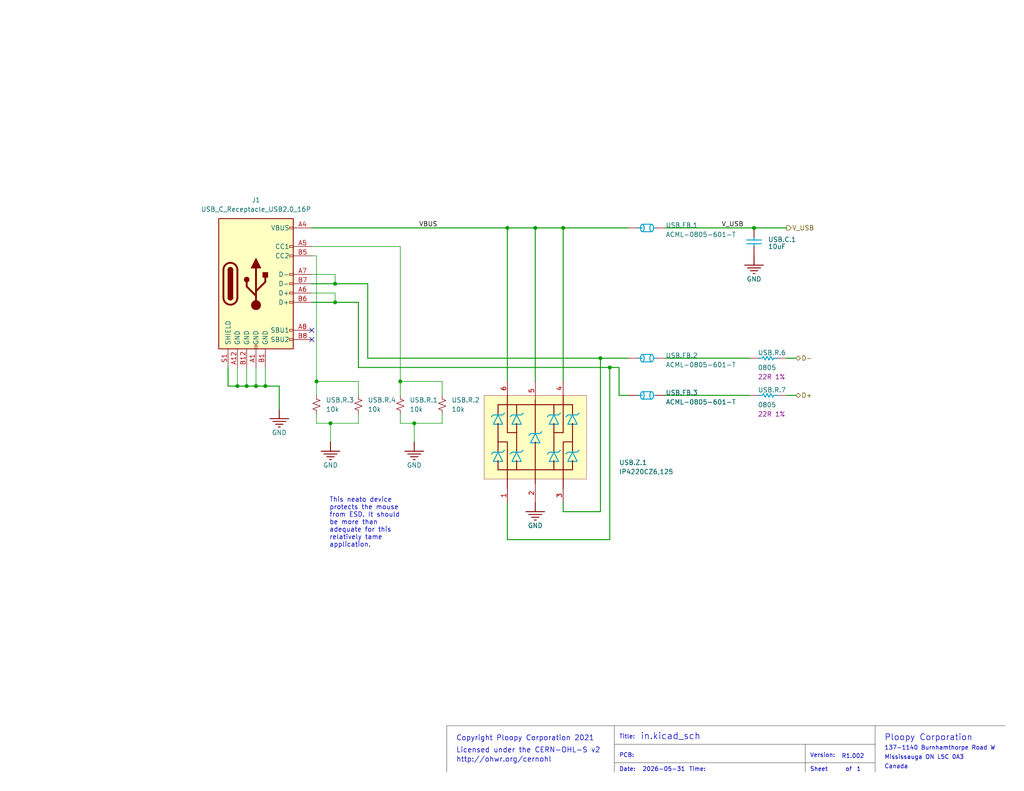
<source format=kicad_sch>
(kicad_sch (version 20231120) (generator "eeschema") (generator_version "8.0")
  (paper "USLetter")
  (title_block (rev "R1.002") (company "Ploopy Corporation"))
  (lib_symbols
    (symbol "Connector:USB_C_Receptacle_USB2.0_16P" (pin_names (offset 1.016))
      (property "Reference" "J1" (at 0 22.86 0))
      (property "Value" "USB_C_Receptacle_USB2.0_16P" (at 0 20.32 0))
      (symbol "USB_C_Receptacle_USB2.0_16P_0_0"
        (rectangle (start -0.254 -17.78) (end 0.254 -16.764))
        (rectangle (start 10.16 -14.986) (end 9.144 -15.494))
        (rectangle (start 10.16 -12.446) (end 9.144 -12.954))
        (rectangle (start 10.16 -4.826) (end 9.144 -5.334))
        (rectangle (start 10.16 -2.286) (end 9.144 -2.794))
        (rectangle (start 10.16 0.254) (end 9.144 -0.254))
        (rectangle (start 10.16 2.794) (end 9.144 2.286))
        (rectangle (start 10.16 7.874) (end 9.144 7.366))
        (rectangle (start 10.16 10.414) (end 9.144 9.906))
        (rectangle (start 10.16 15.494) (end 9.144 14.986))
      )
      (symbol "USB_C_Receptacle_USB2.0_16P_0_1"
        (rectangle (start -10.16 17.78) (end 10.16 -17.78) (stroke (width 0.254)) (fill (type background)))
        (arc (start -8.89 -3.81) (mid -6.985 -5.7067) (end -5.08 -3.81) (stroke (width 0.508)))
        (arc (start -7.62 -3.81) (mid -6.985 -4.4423) (end -6.35 -3.81) (stroke (width 0.254)))
        (arc (start -7.62 -3.81) (mid -6.985 -4.4423) (end -6.35 -3.81) (stroke (width 0.254)) (fill (type outline)))
        (rectangle (start -7.62 -3.81) (end -6.35 3.81) (stroke (width 0.254)) (fill (type outline)))
        (arc (start -6.35 3.81) (mid -6.985 4.4423) (end -7.62 3.81) (stroke (width 0.254)))
        (arc (start -6.35 3.81) (mid -6.985 4.4423) (end -7.62 3.81) (stroke (width 0.254)) (fill (type outline)))
        (arc (start -5.08 3.81) (mid -6.985 5.7067) (end -8.89 3.81) (stroke (width 0.508)))
        (circle (center -2.54 1.143) (radius 0.635) (stroke (width 0.254)) (fill (type outline)))
        (circle (center 0 -5.842) (radius 1.27) (fill (type outline)))
        (polyline (pts (xy -8.89 -3.81) (xy -8.89 3.81)) (stroke (width 0.508)))
        (polyline (pts (xy -5.08 3.81) (xy -5.08 -3.81)) (stroke (width 0.508)))
        (polyline (pts (xy 0 -5.842) (xy 0 4.318)) (stroke (width 0.508)))
        (polyline (pts (xy 0 -3.302) (xy -2.54 -0.762) (xy -2.54 0.508)) (stroke (width 0.508)))
        (polyline (pts (xy 0 -2.032) (xy 2.54 0.508) (xy 2.54 1.778)) (stroke (width 0.508)))
        (polyline (pts (xy -1.27 4.318) (xy 0 6.858) (xy 1.27 4.318) (xy -1.27 4.318)) (stroke (width 0.254)) (fill (type outline)))
        (rectangle (start 1.905 1.778) (end 3.175 3.048) (stroke (width 0.254)) (fill (type outline)))
      )
      (symbol "USB_C_Receptacle_USB2.0_16P_1_1"
        (pin passive line (at 0 -22.86 90) (length 5.08) (name "GND") (number "A1"))
        (pin passive line (at -5.08 -22.86 90) (length 5.08) (name "GND") (number "A12"))
        (pin passive line (at 15.24 15.24 180) (length 5.08) (name "VBUS") (number "A4"))
        (pin bidirectional line (at 15.24 10.16 180) (length 5.08) (name "CC1") (number "A5"))
        (pin bidirectional line (at 15.24 -2.54 180) (length 5.08) (name "D+") (number "A6"))
        (pin bidirectional line (at 15.24 2.54 180) (length 5.08) (name "D-") (number "A7"))
        (pin bidirectional line (at 15.24 -12.7 180) (length 5.08) (name "SBU1") (number "A8"))
        (pin passive line (at 15.24 15.24 180) (length 5.08) hide (name "VBUS") (number "A9"))
        (pin passive line (at 2.54 -22.86 90) (length 5.08) (name "GND") (number "B1"))
        (pin passive line (at -2.54 -22.86 90) (length 5.08) (name "GND") (number "B12"))
        (pin passive line (at 15.24 15.24 180) (length 5.08) hide (name "VBUS") (number "B4"))
        (pin bidirectional line (at 15.24 7.62 180) (length 5.08) (name "CC2") (number "B5"))
        (pin bidirectional line (at 15.24 -5.08 180) (length 5.08) (name "D+") (number "B6"))
        (pin bidirectional line (at 15.24 0 180) (length 5.08) (name "D-") (number "B7"))
        (pin bidirectional line (at 15.24 -15.24 180) (length 5.08) (name "SBU2") (number "B8"))
        (pin passive line (at 15.24 15.24 180) (length 5.08) hide (name "VBUS") (number "B9"))
        (pin passive line (at -7.62 -22.86 90) (length 5.08) (name "SHIELD") (number "S1"))
      )
    )
    (symbol "Device:R_Small_US" (pin_numbers hide) (pin_names (offset 0.254) hide)
      (property "Reference" "R" (at 0.762 0.508 0))
      (property "Value" "R_Small_US" (at 0.762 -1.016 0))
      (symbol "R_Small_US_1_1"
        (polyline (pts (xy 0 0) (xy 1.016 -0.381) (xy 0 -0.762) (xy -1.016 -1.143) (xy 0 -1.524)))
        (polyline (pts (xy 0 1.524) (xy 1.016 1.143) (xy 0 0.762) (xy -1.016 0.381) (xy 0 0)))
        (pin passive line (at 0 2.54 270) (length 1.016) (name "~") (number "1"))
        (pin passive line (at 0 -2.54 90) (length 1.016) (name "~") (number "2"))
      )
    )
    (symbol "Mini-altium-import:GND_POWER_GROUND" (power)
      (property "Reference" "#PWR" (at 0 0 0))
      (property "Value" "GND" (at 0 6.35 0))
      (symbol "GND_POWER_GROUND_0_0"
        (polyline (pts (xy -2.54 -2.54) (xy 2.54 -2.54)) (stroke (width 0.254)))
        (polyline (pts (xy -1.778 -3.302) (xy 1.778 -3.302)) (stroke (width 0.254)))
        (polyline (pts (xy -1.016 -4.064) (xy 1.016 -4.064)) (stroke (width 0.254)))
        (polyline (pts (xy -0.254 -4.826) (xy 0.254 -4.826)) (stroke (width 0.254)))
        (polyline (pts (xy 0 0) (xy 0 -2.54)) (stroke (width 0.254)))
        (pin power_in line (at 0 0 0) (length 0) hide (name "GND") (number ""))
      )
    )
    (symbol "Mini-altium-import:MOS_1_Cap 10uF 25V"
      (symbol "MOS_1_Cap 10uF 25V_1_0"
        (polyline (pts (xy 0.508 0.762) (xy 4.572 0.762)) (stroke (width 0.254) (color 0 156 202 1)))
        (polyline (pts (xy 0.508 1.778) (xy 4.572 1.778)) (stroke (width 0.254) (color 0 156 202 1)))
        (polyline (pts (xy 2.54 0) (xy 2.54 0.762)) (stroke (width 0.254) (color 0 156 202 1)))
        (polyline (pts (xy 2.54 2.54) (xy 2.54 1.778)) (stroke (width 0.254) (color 0 156 202 1)))
        (pin passive line (at 2.54 -2.54 90) (length 2.54) (name "1") (number "1"))
        (pin passive line (at 2.54 5.08 270) (length 2.54) (name "2") (number "2"))
      )
    )
    (symbol "Mini-altium-import:USB_0_ACML-0805-601-T"
      (symbol "USB_0_ACML-0805-601-T_1_0"
        (polyline (pts (xy 0 -2.54) (xy 1.27 -2.54)) (stroke (width 0.254) (color 0 156 202 1)))
        (polyline (pts (xy 1.27 -1.524) (xy 3.81 -1.524)) (stroke (width 0.254) (color 0 156 202 1)))
        (polyline (pts (xy 3.81 -3.556) (xy 1.27 -3.556)) (stroke (width 0.254) (color 0 156 202 1)))
        (polyline (pts (xy 4.318 -2.54) (xy 5.08 -2.54)) (stroke (width 0.254) (color 0 156 202 1)))
        (bezier (pts (xy 0.762 -2.54) (xy 0.762 -3.1012) (xy 0.9894 -3.556) (xy 1.27 -3.556)) (stroke (width 0.254) (color 0 156 202 1)))
        (bezier (pts (xy 1.27 -3.556) (xy 1.5505 -3.556) (xy 1.778 -3.1012) (xy 1.778 -2.54)) (stroke (width 0.254) (color 0 156 202 1)))
        (bezier (pts (xy 1.27 -1.524) (xy 0.9894 -1.524) (xy 0.762 -1.9789) (xy 0.762 -2.54)) (stroke (width 0.254) (color 0 156 202 1)))
        (bezier (pts (xy 1.778 -2.54) (xy 1.778 -1.9789) (xy 1.5505 -1.524) (xy 1.27 -1.524)) (stroke (width 0.254) (color 0 156 202 1)))
        (bezier (pts (xy 3.302 -2.54) (xy 3.302 -3.1012) (xy 3.5294 -3.556) (xy 3.81 -3.556)) (stroke (width 0.254) (color 0 156 202 1)))
        (bezier (pts (xy 3.81 -3.556) (xy 4.0905 -3.556) (xy 4.318 -3.1012) (xy 4.318 -2.54)) (stroke (width 0.254) (color 0 156 202 1)))
        (bezier (pts (xy 3.81 -1.524) (xy 3.5294 -1.524) (xy 3.302 -1.9789) (xy 3.302 -2.54)) (stroke (width 0.254) (color 0 156 202 1)))
        (bezier (pts (xy 4.318 -2.54) (xy 4.318 -1.9789) (xy 4.0905 -1.524) (xy 3.81 -1.524)) (stroke (width 0.254) (color 0 156 202 1)))
        (pin passive line (at -2.54 -2.54 0) (length 2.54) (name "1") (number "1"))
        (pin passive line (at 7.62 -2.54 180) (length 2.54) (name "2") (number "2"))
      )
    )
    (symbol "Mini-altium-import:USB_0_IP4220CZ6,125"
      (symbol "USB_0_IP4220CZ6,125_1_0"
        (polyline (pts (xy -11.43 -6.604) (xy -10.16 -4.064)) (stroke (width 0.254) (color 0 156 202 1)))
        (polyline (pts (xy -11.43 3.556) (xy -10.16 6.096)) (stroke (width 0.254) (color 0 156 202 1)))
        (polyline (pts (xy -10.16 3.81) (xy -10.16 -3.81)) (stroke (width 0.254)))
        (polyline (pts (xy -10.16 8.89) (xy -10.16 6.35)) (stroke (width 0.254)))
        (polyline (pts (xy -10.16 8.89) (xy 10.16 8.89)) (stroke (width 0.254)))
        (polyline (pts (xy -6.35 -6.604) (xy -5.08 -4.064)) (stroke (width 0.254) (color 0 156 202 1)))
        (polyline (pts (xy -6.35 3.556) (xy -5.08 6.096)) (stroke (width 0.254) (color 0 156 202 1)))
        (polyline (pts (xy -5.08 -8.89) (xy -5.08 -6.35)) (stroke (width 0.254)))
        (polyline (pts (xy -5.08 -3.81) (xy -5.08 3.81)) (stroke (width 0.254)))
        (polyline (pts (xy -5.08 6.35) (xy -5.08 8.89)) (stroke (width 0.254)))
        (polyline (pts (xy -1.27 -1.524) (xy 0 1.016)) (stroke (width 0.254) (color 0 156 202 1)))
        (polyline (pts (xy 0 -12.7) (xy 0 -1.27)) (stroke (width 0.254)))
        (polyline (pts (xy 0 1.27) (xy 0 10.16)) (stroke (width 0.254)))
        (polyline (pts (xy 3.81 -6.604) (xy 5.08 -4.064)) (stroke (width 0.254) (color 0 156 202 1)))
        (polyline (pts (xy 3.81 3.556) (xy 5.08 6.096)) (stroke (width 0.254) (color 0 156 202 1)))
        (polyline (pts (xy 5.08 -6.35) (xy 5.08 -8.89)) (stroke (width 0.254)))
        (polyline (pts (xy 5.08 -3.81) (xy 5.08 3.81)) (stroke (width 0.254)))
        (polyline (pts (xy 5.08 6.35) (xy 5.08 8.89)) (stroke (width 0.254)))
        (polyline (pts (xy 7.62 1.27) (xy 5.08 1.27)) (stroke (width 0.254)))
        (polyline (pts (xy 7.62 11.43) (xy 7.62 1.27)) (stroke (width 0.254)))
        (polyline (pts (xy 8.89 -6.604) (xy 10.16 -4.064)) (stroke (width 0.254) (color 0 156 202 1)))
        (polyline (pts (xy 8.89 3.556) (xy 10.16 6.096)) (stroke (width 0.254) (color 0 156 202 1)))
        (polyline (pts (xy 10.16 -6.35) (xy 10.16 -8.89)) (stroke (width 0.254)))
        (polyline (pts (xy 10.16 3.81) (xy 10.16 -3.81)) (stroke (width 0.254)))
        (polyline (pts (xy 10.16 6.35) (xy 10.16 8.89)) (stroke (width 0.254)))
        (polyline (pts (xy -11.43 -6.604) (xy -8.89 -6.604) (xy -10.16 -4.064)) (stroke (width 0.254) (color 0 156 202 1)))
        (polyline (pts (xy -11.43 3.556) (xy -8.89 3.556) (xy -10.16 6.096)) (stroke (width 0.254) (color 0 156 202 1)))
        (polyline (pts (xy -10.16 -6.35) (xy -10.16 -8.89) (xy 10.16 -8.89)) (stroke (width 0.254)))
        (polyline (pts (xy -10.16 -1.27) (xy -7.62 -1.27) (xy -7.62 -13.97)) (stroke (width 0.254)))
        (polyline (pts (xy -7.62 11.43) (xy -7.62 1.27) (xy -5.08 1.27)) (stroke (width 0.254)))
        (polyline (pts (xy -6.35 -6.604) (xy -3.81 -6.604) (xy -5.08 -4.064)) (stroke (width 0.254) (color 0 156 202 1)))
        (polyline (pts (xy -6.35 3.556) (xy -3.81 3.556) (xy -5.08 6.096)) (stroke (width 0.254) (color 0 156 202 1)))
        (polyline (pts (xy -1.27 -1.524) (xy 1.27 -1.524) (xy 0 1.016)) (stroke (width 0.254) (color 0 156 202 1)))
        (polyline (pts (xy 3.81 -6.604) (xy 6.35 -6.604) (xy 5.08 -4.064)) (stroke (width 0.254) (color 0 156 202 1)))
        (polyline (pts (xy 3.81 3.556) (xy 6.35 3.556) (xy 5.08 6.096)) (stroke (width 0.254) (color 0 156 202 1)))
        (polyline (pts (xy 8.89 -6.604) (xy 11.43 -6.604) (xy 10.16 -4.064)) (stroke (width 0.254) (color 0 156 202 1)))
        (polyline (pts (xy 8.89 3.556) (xy 11.43 3.556) (xy 10.16 6.096)) (stroke (width 0.254) (color 0 156 202 1)))
        (polyline (pts (xy 10.16 -1.27) (xy 7.62 -1.27) (xy 7.62 -13.97)) (stroke (width 0.254)))
        (polyline (pts (xy -8.382 -3.556) (xy -8.89 -4.064) (xy -11.43 -4.064) (xy -11.938 -4.572)) (stroke (width 0.254) (color 0 156 202 1)))
        (polyline (pts (xy -8.382 6.604) (xy -8.89 6.096) (xy -11.43 6.096) (xy -11.938 5.588)) (stroke (width 0.254) (color 0 156 202 1)))
        (polyline (pts (xy -3.302 -3.556) (xy -3.81 -4.064) (xy -6.35 -4.064) (xy -6.858 -4.572)) (stroke (width 0.254) (color 0 156 202 1)))
        (polyline (pts (xy -3.302 6.604) (xy -3.81 6.096) (xy -6.35 6.096) (xy -6.858 5.588)) (stroke (width 0.254) (color 0 156 202 1)))
        (polyline (pts (xy 1.778 1.524) (xy 1.27 1.016) (xy -1.27 1.016) (xy -1.778 0.508)) (stroke (width 0.254) (color 0 156 202 1)))
        (polyline (pts (xy 6.858 -3.556) (xy 6.35 -4.064) (xy 3.81 -4.064) (xy 3.302 -4.572)) (stroke (width 0.254) (color 0 156 202 1)))
        (polyline (pts (xy 6.858 6.604) (xy 6.35 6.096) (xy 3.81 6.096) (xy 3.302 5.588)) (stroke (width 0.254) (color 0 156 202 1)))
        (polyline (pts (xy 11.938 -3.556) (xy 11.43 -4.064) (xy 8.89 -4.064) (xy 8.382 -4.572)) (stroke (width 0.254) (color 0 156 202 1)))
        (polyline (pts (xy 11.938 6.604) (xy 11.43 6.096) (xy 8.89 6.096) (xy 8.382 5.588)) (stroke (width 0.254) (color 0 156 202 1)))
        (rectangle (start 13.97 11.43) (end -13.97 -11.43) (stroke (width 0.0254) (color 128 0 0 1)) (fill (type background)))
        (pin passive line (at -7.62 -17.78 90) (length 3.81) (name "1") (number "1"))
        (pin passive line (at 0 -17.78 90) (length 5.08) (name "2") (number "2"))
        (pin passive line (at 7.62 -17.78 90) (length 3.81) (name "3") (number "3"))
        (pin passive line (at 7.62 15.24 270) (length 3.81) (name "4") (number "4"))
        (pin passive line (at 0 15.24 270) (length 5.08) (name "5") (number "5"))
        (pin passive line (at -7.62 15.24 270) (length 3.81) (name "6") (number "6"))
      )
    )
    (symbol "Mini-altium-import:USB_0_Res 22R 1% 0805"
      (symbol "USB_0_Res 22R 1% 0805_1_0"
        (polyline (pts (xy 0 -2.54) (xy 1.016 -2.54)) (stroke (width 0.254) (color 0 156 202 1)))
        (polyline (pts (xy 4.064 -2.54) (xy 5.08 -2.54)) (stroke (width 0.254) (color 0 156 202 1)))
        (polyline (pts (xy 1.016 -2.54) (xy 1.27 -2.032) (xy 1.778 -3.048) (xy 2.286 -2.032) (xy 2.794 -3.048) (xy 3.302 -2.032) (xy 3.81 -3.048) (xy 4.064 -2.54)) (stroke (width 0.254) (color 0 156 202 1)))
        (pin passive line (at -2.54 -2.54 0) (length 2.54) (name "1") (number "1"))
        (pin passive line (at 7.62 -2.54 180) (length 2.54) (name "2") (number "2"))
      )
    )
  )
  (junction (at 69.85 105.41))
  (junction (at 153.67 62.23))
  (junction (at 113.03 115.57))
  (junction (at 91.44 82.55))
  (junction (at 91.44 77.47))
  (junction (at 86.36 104.14))
  (junction (at 64.77 105.41))
  (junction (at 146.05 62.23))
  (junction (at 109.22 104.14))
  (junction (at 90.17 115.57))
  (junction (at 205.74 62.23))
  (junction (at 67.31 105.41))
  (junction (at 138.43 62.23))
  (junction (at 72.39 105.41))
  (junction (at 166.37 100.33))
  (junction (at 163.83 97.79))
  (no_connect (at 85.09 90.17))
  (no_connect (at 85.09 92.71))
  (wire (pts (xy 86.36 69.85) (xy 86.36 104.14)))
  (wire (pts (xy 67.31 105.41) (xy 64.77 105.41)) (stroke (width 0.254)))
  (wire (pts (xy 109.22 104.14) (xy 109.22 107.95)))
  (wire (pts (xy 85.09 69.85) (xy 86.36 69.85)))
  (wire (pts (xy 76.2 105.41) (xy 72.39 105.41)) (stroke (width 0.254)))
  (wire (pts (xy 163.83 97.79) (xy 163.83 139.7)) (stroke (width 0.254)))
  (wire (pts (xy 109.22 67.31) (xy 109.22 104.14)))
  (wire (pts (xy 62.23 100.33) (xy 62.23 105.41)) (stroke (width 0.254)))
  (polyline (pts (xy 167.64 198.12) (xy 121.92 198.12)) (stroke (width 0.0254) (type solid) (color 0 0 0 1)))
  (wire (pts (xy 163.83 97.79) (xy 100.33 97.79)) (stroke (width 0.254)))
  (wire (pts (xy 113.03 115.57) (xy 109.22 115.57)))
  (wire (pts (xy 86.36 113.03) (xy 86.36 115.57)))
  (wire (pts (xy 113.03 120.65) (xy 113.03 115.57)))
  (wire (pts (xy 120.65 104.14) (xy 120.65 107.95)))
  (wire (pts (xy 181.61 97.79) (xy 204.47 97.79)) (stroke (width 0.254)))
  (wire (pts (xy 69.85 105.41) (xy 67.31 105.41)) (stroke (width 0.254)))
  (wire (pts (xy 100.33 77.47) (xy 91.44 77.47)) (stroke (width 0.254)))
  (wire (pts (xy 85.09 74.93) (xy 91.44 74.93)))
  (wire (pts (xy 64.77 100.33) (xy 64.77 105.41)))
  (polyline (pts (xy 219.71 203.2) (xy 219.71 210.82)) (stroke (width 0.0254) (type solid) (color 0 0 0 1)))
  (wire (pts (xy 113.03 115.57) (xy 120.65 115.57)))
  (wire (pts (xy 153.67 139.7) (xy 153.67 137.16)) (stroke (width 0.254)))
  (wire (pts (xy 85.09 67.31) (xy 109.22 67.31)))
  (polyline (pts (xy 167.64 198.12) (xy 167.64 210.82)) (stroke (width 0.0254) (type solid) (color 0 0 0 1)))
  (wire (pts (xy 138.43 147.32) (xy 138.43 137.16)) (stroke (width 0.254)))
  (wire (pts (xy 153.67 104.14) (xy 153.67 62.23)) (stroke (width 0.254)))
  (wire (pts (xy 90.17 120.65) (xy 90.17 115.57)))
  (polyline (pts (xy 121.92 198.12) (xy 121.92 210.82)) (stroke (width 0.0254) (type solid) (color 0 0 0 1)))
  (wire (pts (xy 109.22 113.03) (xy 109.22 115.57)))
  (wire (pts (xy 166.37 147.32) (xy 138.43 147.32)) (stroke (width 0.254)))
  (wire (pts (xy 146.05 62.23) (xy 153.67 62.23)) (stroke (width 0.254)))
  (wire (pts (xy 97.79 104.14) (xy 97.79 107.95)))
  (wire (pts (xy 217.17 97.79) (xy 214.63 97.79)) (stroke (width 0.254)))
  (polyline (pts (xy 167.64 208.28) (xy 238.76 208.28)) (stroke (width 0.0254) (type solid) (color 0 0 0 1)))
  (wire (pts (xy 64.77 105.41) (xy 62.23 105.41)) (stroke (width 0.254)))
  (wire (pts (xy 109.22 104.14) (xy 120.65 104.14)))
  (wire (pts (xy 85.09 80.01) (xy 91.44 80.01)))
  (polyline (pts (xy 238.76 198.12) (xy 238.76 210.82)) (stroke (width 0.0254) (type solid) (color 0 0 0 1)))
  (wire (pts (xy 146.05 62.23) (xy 138.43 62.23)) (stroke (width 0.254)))
  (wire (pts (xy 163.83 139.7) (xy 153.67 139.7)) (stroke (width 0.254)))
  (wire (pts (xy 100.33 97.79) (xy 100.33 77.47)) (stroke (width 0.254)))
  (wire (pts (xy 166.37 100.33) (xy 166.37 147.32)) (stroke (width 0.254)))
  (wire (pts (xy 67.31 100.33) (xy 67.31 105.41)))
  (polyline (pts (xy 167.64 203.2) (xy 238.76 203.2)) (stroke (width 0.0254) (type solid) (color 0 0 0 1)))
  (wire (pts (xy 91.44 82.55) (xy 97.79 82.55)) (stroke (width 0.254)))
  (wire (pts (xy 168.91 107.95) (xy 171.45 107.95)) (stroke (width 0.254)))
  (wire (pts (xy 97.79 82.55) (xy 97.79 100.33)) (stroke (width 0.254)))
  (wire (pts (xy 69.85 100.33) (xy 69.85 105.41)))
  (wire (pts (xy 97.79 115.57) (xy 97.79 113.03)))
  (wire (pts (xy 120.65 115.57) (xy 120.65 113.03)))
  (wire (pts (xy 90.17 115.57) (xy 97.79 115.57)))
  (wire (pts (xy 171.45 97.79) (xy 163.83 97.79)) (stroke (width 0.254)))
  (wire (pts (xy 181.61 107.95) (xy 204.47 107.95)) (stroke (width 0.254)))
  (wire (pts (xy 76.2 105.41) (xy 76.2 111.76)) (stroke (width 0.254)))
  (wire (pts (xy 86.36 115.57) (xy 90.17 115.57)))
  (wire (pts (xy 91.44 77.47) (xy 85.09 77.47)) (stroke (width 0.254)))
  (wire (pts (xy 166.37 100.33) (xy 168.91 100.33)) (stroke (width 0.254)))
  (wire (pts (xy 205.74 62.23) (xy 214.63 62.23)) (stroke (width 0.254)))
  (wire (pts (xy 72.39 100.33) (xy 72.39 105.41)))
  (wire (pts (xy 86.36 104.14) (xy 86.36 107.95)))
  (wire (pts (xy 85.09 82.55) (xy 91.44 82.55)) (stroke (width 0.254)))
  (polyline (pts (xy 274.32 198.12) (xy 167.64 198.12)) (stroke (width 0.0254) (type solid) (color 0 0 0 1)))
  (wire (pts (xy 138.43 62.23) (xy 138.43 104.14)) (stroke (width 0.254)))
  (wire (pts (xy 97.79 100.33) (xy 166.37 100.33)) (stroke (width 0.254)))
  (wire (pts (xy 171.45 62.23) (xy 153.67 62.23)) (stroke (width 0.254)))
  (wire (pts (xy 181.61 62.23) (xy 205.74 62.23)) (stroke (width 0.254)))
  (wire (pts (xy 72.39 105.41) (xy 69.85 105.41)) (stroke (width 0.254)))
  (wire (pts (xy 146.05 62.23) (xy 146.05 104.14)) (stroke (width 0.254)))
  (wire (pts (xy 214.63 107.95) (xy 217.17 107.95)) (stroke (width 0.254)))
  (wire (pts (xy 97.79 104.14) (xy 86.36 104.14)))
  (wire (pts (xy 85.09 62.23) (xy 138.43 62.23)) (stroke (width 0.254)))
  (wire (pts (xy 168.91 100.33) (xy 168.91 107.95)) (stroke (width 0.254)))
  (wire (pts (xy 91.44 80.01) (xy 91.44 82.55)))
  (wire (pts (xy 91.44 74.93) (xy 91.44 77.47)))
  (text_box "This neato device protects the mouse from ESD. It should be more than adequate for this relatively tame application." (at 88.9 134.62 0) (size 22.86 22.86) (stroke (width -0.0001) (color 0 0 0 1)) (fill (type color) (color 255 255 255 1)) (effects (font (size 1.27 1.27)) (justify left top)))
  (text "Version:" (at 220.98 207.01 0) (effects (font (size 1.143 1.143)) (justify left bottom)))
  (text "http://ohwr.org/cernohl" (at 124.46 208.28 0) (effects (font (size 1.397 1.397)) (justify left bottom)))
  (text "Copyright Ploopy Corporation 2021" (at 124.46 202.438 0) (effects (font (size 1.397 1.397)) (justify left bottom)))
  (text "${#}" (at 226.822 210.82 0) (effects (font (size 1.143 1.143)) (justify left bottom)))
  (text "of" (at 230.632 210.82 0) (effects (font (size 1.143 1.143)) (justify left bottom)))
  (text "Date:" (at 168.91 210.82 0) (effects (font (size 1.143 1.143)) (justify left bottom)))
  (text "${PROJECTNAME}" (at 174.752 207.264 0) (effects (font (size 1.651 1.651)) (justify left bottom)))
  (text "Title:" (at 168.91 201.93 0) (effects (font (size 1.143 1.143)) (justify left bottom)))
  (text "Canada" (at 241.3 210.058 0) (effects (font (size 1.143 1.143)) (justify left bottom)))
  (text "${##}" (at 233.68 210.82 0) (effects (font (size 1.143 1.143)) (justify left bottom)))
  (text "Sheet" (at 220.98 210.82 0) (effects (font (size 1.143 1.143)) (justify left bottom)))
  (text "${FILENAME}" (at 174.752 202.184 0) (effects (font (size 1.778 1.778)) (justify left bottom)))
  (text "PCB:" (at 168.91 207.01 0) (effects (font (size 1.143 1.143)) (justify left bottom)))
  (text "Licensed under the CERN-OHL-S v2" (at 124.46 205.74 0) (effects (font (size 1.397 1.397)) (justify left bottom)))
  (text "${CURRENT_DATE}" (at 175.26 210.82 0) (effects (font (size 1.143 1.143)) (justify left bottom)))
  (text "Mississauga ON L5C 0A3" (at 241.3 207.518 0) (effects (font (size 1.143 1.143)) (justify left bottom)))
  (text "${REVISION}" (at 229.616 207.264 0) (effects (font (size 1.143 1.143)) (justify left bottom)))
  (text "Time:" (at 187.96 210.82 0) (effects (font (size 1.143 1.143)) (justify left bottom)))
  (text "137-1140 Burnhamthorpe Road W" (at 241.3 204.978 0) (effects (font (size 1.143 1.143)) (justify left bottom)))
  (text "Ploopy Corporation" (at 241.3 202.438 0) (effects (font (size 1.651 1.651)) (justify left bottom)))
  (label "VBUS" (at 114.3 62.23 0))
  (label "V_USB" (at 196.85 62.23 0))
  (hierarchical_label "D-" (shape bidirectional) (at 217.17 97.79 0))
  (hierarchical_label "V_USB" (shape output) (at 214.63 62.23 0))
  (hierarchical_label "D+" (shape bidirectional) (at 217.17 107.95 0))
  (symbol (lib_id "Mini-altium-import:USB_0_IP4220CZ6,125") (at 146.05 119.38 0) (unit 1)
    (property "Reference" "USB.Z.1" (at 168.91 127 0) (effects (justify left bottom)))
    (property "Value" "IP4220CZ6,125" (at 168.91 129.54 0) (effects (justify left bottom)))
    (property "Footprint" "Diodes.PcbLib:PESD3V3S4UD - SOT95P275X110-6N" (effects (hide yes)))
    (property "SUPPLIER 1" "Digi-Key" (effects (hide yes)))
    (property "SUPPLIER 2" "Mouser" (effects (hide yes)))
    (property "SUPPLIER 3" "Arrow" (effects (hide yes)))
    (property "SUPPLIER PART NUMBER 1" "1727-3578-1-ND" (effects (hide yes)))
    (property "SUPPLIER PART NUMBER 2" "771-IP4220CZ6-T/R" (effects (hide yes)))
    (property "SUPPLIER PART NUMBER 3" "IP4220CZ6,125" (effects (hide yes)))
  )
  (symbol (lib_id "Mini-altium-import:GND_POWER_GROUND") (at 113.03 120.65 0) (unit 1)
    (property "Reference" "#PWR011" (effects (hide yes)))
    (property "Value" "GND" (at 113.03 127 0))
  )
  (symbol (lib_id "Mini-altium-import:GND_POWER_GROUND") (at 76.2 111.76 0) (unit 1)
    (property "Reference" "#PWR0106" (effects (hide yes)))
    (property "Value" "GND" (at 76.2 118.11 0))
  )
  (symbol (lib_id "Mini-altium-import:USB_0_Res 22R 1% 0805") (at 207.01 105.41 0) (unit 1)
    (property "Reference" "USB.R.7" (at 206.756 107.188 0) (effects (justify left bottom)))
    (property "Value" "0805" (at 206.756 111.252 0) (effects (justify left bottom)))
    (property "Footprint" "Chip_Passives.PcbLib:0805" (effects (hide yes)))
    (property "SUPPLIER 1" "Digi-Key" (effects (hide yes)))
    (property "SUPPLIER 2" "Arrow" (effects (hide yes)))
    (property "SUPPLIER PART NUMBER 1" "RMCF0805FT22R0CT-ND" (effects (hide yes)))
    (property "SUPPLIER PART NUMBER 2" "RMCF0805FT22R0" (effects (hide yes)))
    (property "ALTIUM_VALUE" "22R 1%" (at 206.756 113.792 0) (effects (justify left bottom)))
  )
  (symbol (lib_id "Mini-altium-import:MOS_1_Cap 10uF 25V") (at 203.2 67.31 0) (unit 1)
    (property "Reference" "USB.C.1" (at 209.55 65.4049 0) (effects (justify left)))
    (property "Value" "10uF" (at 209.55 67.31 0) (effects (justify left)))
    (property "Footprint" "Chip_Passives.PcbLib:0805" (effects (hide yes)))
    (property "Description" "0805, X5R or better" (effects (hide yes)))
  )
  (symbol (lib_id "Mini-altium-import:USB_0_ACML-0805-601-T") (at 173.99 95.25 0) (unit 1)
    (property "Reference" "USB.FB.2" (at 181.61 97.79 0) (effects (justify left bottom)))
    (property "Value" "ACML-0805-601-T" (at 181.61 100.33 0) (effects (justify left bottom)))
    (property "Footprint" "Chip_Passives.PcbLib:0805" (effects (hide yes)))
    (property "SUPPLIER 1" "Digi-Key" (effects (hide yes)))
    (property "SUPPLIER PART NUMBER 1" "535-12556-1-ND" (effects (hide yes)))
    (property "ALTIUM_VALUE" "Ferrite Bead 600R" (effects (hide yes)))
  )
  (symbol (lib_id "Device:R_Small_US") (at 86.36 110.49 0) (unit 1)
    (property "Reference" "USB.R.3" (at 88.9 109.2199 0) (effects (justify left)))
    (property "Value" "10k" (at 88.9 111.7599 0) (effects (justify left)))
    (property "Footprint" "Chip_Passives.PcbLib:0805" (effects (hide yes)))
    (property "Description" "Resistor, small US symbol" (effects (hide yes)))
  )
  (symbol (lib_id "Mini-altium-import:USB_0_Res 22R 1% 0805") (at 207.01 95.25 0) (unit 1)
    (property "Reference" "USB.R.6" (at 206.756 97.028 0) (effects (justify left bottom)))
    (property "Value" "0805" (at 206.756 101.092 0) (effects (justify left bottom)))
    (property "Footprint" "Chip_Passives.PcbLib:0805" (effects (hide yes)))
    (property "SUPPLIER 1" "Digi-Key" (effects (hide yes)))
    (property "SUPPLIER 2" "Arrow" (effects (hide yes)))
    (property "SUPPLIER PART NUMBER 1" "RMCF0805FT22R0CT-ND" (effects (hide yes)))
    (property "SUPPLIER PART NUMBER 2" "RMCF0805FT22R0" (effects (hide yes)))
    (property "ALTIUM_VALUE" "22R 1%" (at 206.756 103.632 0) (effects (justify left bottom)))
  )
  (symbol (lib_id "Mini-altium-import:USB_0_ACML-0805-601-T") (at 173.99 105.41 0) (unit 1)
    (property "Reference" "USB.FB.3" (at 181.61 107.95 0) (effects (justify left bottom)))
    (property "Value" "ACML-0805-601-T" (at 181.61 110.49 0) (effects (justify left bottom)))
    (property "Footprint" "Chip_Passives.PcbLib:0805" (effects (hide yes)))
    (property "SUPPLIER 1" "Digi-Key" (effects (hide yes)))
    (property "SUPPLIER PART NUMBER 1" "535-12556-1-ND" (effects (hide yes)))
    (property "ALTIUM_VALUE" "Ferrite Bead 600R" (effects (hide yes)))
  )
  (symbol (lib_id "Device:R_Small_US") (at 97.79 110.49 0) (unit 1)
    (property "Reference" "USB.R.4" (at 100.33 109.2199 0) (effects (justify left)))
    (property "Value" "10k" (at 100.33 111.7599 0) (effects (justify left)))
    (property "Footprint" "Chip_Passives.PcbLib:0805" (effects (hide yes)))
    (property "Description" "Resistor, small US symbol" (effects (hide yes)))
  )
  (symbol (lib_id "Connector:USB_C_Receptacle_USB2.0_16P") (at 69.85 77.47 0) (unit 1)
    (property "Reference" "J1" (at 69.85 54.61 0))
    (property "Value" "USB_C_Receptacle_USB2.0_16P" (at 69.85 57.15 0))
    (property "Footprint" "Connector:USB-C_2988367" (effects (hide yes)))
    (property "Datasheet" "https://www.usb.org/sites/default/files/documents/usb_type-c.zip" (effects (hide yes)))
    (property "Description" "USB 2.0-only 16P Type-C Receptacle connector" (effects (hide yes)))
  )
  (symbol (lib_id "Device:R_Small_US") (at 120.65 110.49 0) (unit 1)
    (property "Reference" "USB.R.2" (at 123.19 109.2199 0) (effects (justify left)))
    (property "Value" "10k" (at 123.19 111.7599 0) (effects (justify left)))
    (property "Footprint" "Chip_Passives.PcbLib:0805" (effects (hide yes)))
    (property "Description" "Resistor, small US symbol" (effects (hide yes)))
  )
  (symbol (lib_id "Mini-altium-import:GND_POWER_GROUND") (at 205.74 69.85 0) (unit 1)
    (property "Reference" "#PWR015" (effects (hide yes)))
    (property "Value" "GND" (at 205.74 76.2 0))
  )
  (symbol (lib_id "Device:R_Small_US") (at 109.22 110.49 0) (unit 1)
    (property "Reference" "USB.R.1" (at 111.76 109.2199 0) (effects (justify left)))
    (property "Value" "10k" (at 111.76 111.7599 0) (effects (justify left)))
    (property "Footprint" "Chip_Passives.PcbLib:0805" (effects (hide yes)))
    (property "Description" "Resistor, small US symbol" (effects (hide yes)))
  )
  (symbol (lib_id "Mini-altium-import:GND_POWER_GROUND") (at 90.17 120.65 0) (unit 1)
    (property "Reference" "#PWR012" (effects (hide yes)))
    (property "Value" "GND" (at 90.17 127 0))
  )
  (symbol (lib_id "Mini-altium-import:USB_0_ACML-0805-601-T") (at 173.99 59.69 0) (unit 1)
    (property "Reference" "USB.FB.1" (at 181.61 62.23 0) (effects (justify left bottom)))
    (property "Value" "ACML-0805-601-T" (at 181.61 64.77 0) (effects (justify left bottom)))
    (property "Footprint" "Chip_Passives.PcbLib:0805" (effects (hide yes)))
    (property "SUPPLIER 1" "Digi-Key" (effects (hide yes)))
    (property "SUPPLIER PART NUMBER 1" "535-12556-1-ND" (effects (hide yes)))
    (property "ALTIUM_VALUE" "Ferrite Bead 600R" (effects (hide yes)))
  )
  (symbol (lib_id "Mini-altium-import:GND_POWER_GROUND") (at 146.05 137.16 0) (unit 1)
    (property "Reference" "#PWR0107" (effects (hide yes)))
    (property "Value" "GND" (at 146.05 143.51 0))
  )
)
</source>
